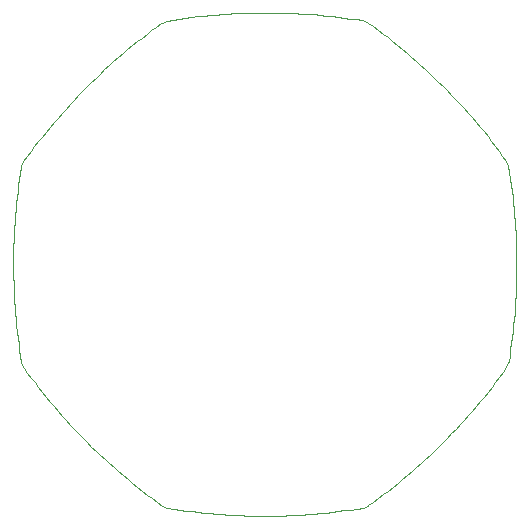
<source format=gbr>
%TF.GenerationSoftware,KiCad,Pcbnew,(5.1.6)-1*%
%TF.CreationDate,2025-07-06T20:15:57+05:30*%
%TF.ProjectId,Project_OAK_WATCH_DIAL_V0,50726f6a-6563-4745-9f4f-414b5f574154,A*%
%TF.SameCoordinates,Original*%
%TF.FileFunction,Profile,NP*%
%FSLAX46Y46*%
G04 Gerber Fmt 4.6, Leading zero omitted, Abs format (unit mm)*
G04 Created by KiCad (PCBNEW (5.1.6)-1) date 2025-07-06 20:15:57*
%MOMM*%
%LPD*%
G01*
G04 APERTURE LIST*
%TA.AperFunction,Profile*%
%ADD10C,0.100000*%
%TD*%
G04 APERTURE END LIST*
D10*
X86223715Y-107772114D02*
X86580109Y-107396406D01*
X86580109Y-107396406D02*
X86932798Y-107016994D01*
X70406467Y-72153422D02*
X69888943Y-72156411D01*
X69888943Y-72156411D02*
X69371472Y-72164666D01*
X69371472Y-72164666D02*
X68854053Y-72178134D01*
X68854053Y-72178134D02*
X68336740Y-72196866D01*
X68336740Y-72196866D02*
X67819586Y-72220837D01*
X67819586Y-72220837D02*
X67302644Y-72250047D01*
X67302644Y-72250047D02*
X66785940Y-72284496D01*
X66785940Y-72284496D02*
X66269500Y-72324184D01*
X66269500Y-72324184D02*
X65753405Y-72369110D01*
X65753405Y-72369110D02*
X65237653Y-72419275D01*
X65237653Y-72419275D02*
X64722325Y-72474705D01*
X64722325Y-72474705D02*
X64207420Y-72535347D01*
X64207420Y-72535347D02*
X63693044Y-72601255D01*
X63693044Y-72601255D02*
X63179171Y-72672375D01*
X63179171Y-72672375D02*
X62665906Y-72748760D01*
X62665906Y-72748760D02*
X62153224Y-72830384D01*
X62153224Y-72830384D02*
X62133089Y-72831416D01*
X62133089Y-72831416D02*
X62109832Y-72839168D01*
X62109832Y-72839168D02*
X61687637Y-73014851D01*
X61687637Y-73014851D02*
X61660227Y-73032949D01*
X61660227Y-73032949D02*
X61658163Y-73034510D01*
X61658163Y-73034510D02*
X61238031Y-73340129D01*
X61238031Y-73340129D02*
X60821154Y-73649850D01*
X60821154Y-73649850D02*
X60407611Y-73963699D01*
X60407611Y-73963699D02*
X59997375Y-74281622D01*
X59997375Y-74281622D02*
X59590526Y-74603593D01*
X59590526Y-74603593D02*
X59187090Y-74929585D01*
X59187090Y-74929585D02*
X58787067Y-75259547D01*
X58787067Y-75259547D02*
X58390483Y-75593503D01*
X58390483Y-75593503D02*
X57997419Y-75931376D01*
X57997419Y-75931376D02*
X57607847Y-76273164D01*
X57607847Y-76273164D02*
X57221820Y-76618815D01*
X57221820Y-76618815D02*
X56839366Y-76968330D01*
X56839366Y-76968330D02*
X56460509Y-77321654D01*
X56460509Y-77321654D02*
X56085277Y-77678788D01*
X56085277Y-77678788D02*
X55713697Y-78039679D01*
X55713697Y-78039679D02*
X55345821Y-78404301D01*
X55345821Y-78404301D02*
X54981649Y-78772627D01*
X54981649Y-78772627D02*
X54621234Y-79144657D01*
X54621234Y-79144657D02*
X54264576Y-79520338D01*
X54264576Y-79520338D02*
X53911728Y-79899618D01*
X53911728Y-79899618D02*
X53562690Y-80282523D01*
X53562690Y-80282523D02*
X53217542Y-80668973D01*
X53217542Y-80668973D02*
X52876256Y-81058994D01*
X52876256Y-81058994D02*
X52538886Y-81452509D01*
X52538886Y-81452509D02*
X52205485Y-81849489D01*
X52205485Y-81849489D02*
X51876053Y-82249962D01*
X51876053Y-82249962D02*
X51550611Y-82653848D01*
X51550611Y-82653848D02*
X51229206Y-83061120D01*
X51229206Y-83061120D02*
X50911862Y-83471780D01*
X50911862Y-83471780D02*
X50598607Y-83885773D01*
X50598607Y-83885773D02*
X50289470Y-84303100D01*
X50289470Y-84303100D02*
X49984480Y-84723681D01*
X49984480Y-84723681D02*
X49980864Y-84729369D01*
X49980864Y-84729369D02*
X49964843Y-84755219D01*
X49964843Y-84755219D02*
X49791210Y-85176885D01*
X49791210Y-85176885D02*
X49784493Y-85210487D01*
X49784493Y-85210487D02*
X49783458Y-85214085D01*
X49783458Y-85214085D02*
X49702467Y-85727297D01*
X49702467Y-85727297D02*
X49626722Y-86241064D01*
X49626722Y-86241064D02*
X49556226Y-86755414D01*
X49556226Y-86755414D02*
X49490980Y-87270266D01*
X49490980Y-87270266D02*
X49430981Y-87785620D01*
X49430981Y-87785620D02*
X49376233Y-88301372D01*
X49376233Y-88301372D02*
X49326731Y-88817547D01*
X49326731Y-88817547D02*
X49282479Y-89334066D01*
X49282479Y-89334066D02*
X49243476Y-89850902D01*
X49243476Y-89850902D02*
X49209723Y-90368030D01*
X49209723Y-90368030D02*
X49181218Y-90885369D01*
X49181218Y-90885369D02*
X49157963Y-91402920D01*
X49157963Y-91402920D02*
X49139957Y-91920629D01*
X49139957Y-91920629D02*
X49127200Y-92438445D01*
X49127200Y-92438445D02*
X49119694Y-92956260D01*
X49119694Y-92956260D02*
X49117436Y-93474314D01*
X49117436Y-93474314D02*
X49120429Y-93992103D01*
X49120429Y-93992103D02*
X49128671Y-94510156D01*
X49128671Y-94510156D02*
X49142163Y-95027945D01*
X49142163Y-95027945D02*
X49160905Y-95545469D01*
X49160905Y-95545469D02*
X49184897Y-96062994D01*
X49184897Y-96062994D02*
X49214140Y-96580518D01*
X49214140Y-96580518D02*
X49248632Y-97097513D01*
X49248632Y-97097513D02*
X49288375Y-97614244D01*
X49288375Y-97614244D02*
X49333369Y-98130710D01*
X49333369Y-98130710D02*
X49383612Y-98646911D01*
X49383612Y-98646911D02*
X49439109Y-99162584D01*
X49439109Y-99162584D02*
X49499854Y-99677727D01*
X49499854Y-99677727D02*
X49565849Y-100192605D01*
X49565849Y-100192605D02*
X49637096Y-100706690D01*
X49637096Y-100706690D02*
X49713595Y-101220510D01*
X49713595Y-101220510D02*
X49795343Y-101733537D01*
X49795343Y-101733537D02*
X49803095Y-101768726D01*
X49803095Y-101768726D02*
X49978794Y-102188884D01*
X49978794Y-102188884D02*
X49993265Y-102213490D01*
X49993265Y-102213490D02*
X49998432Y-102221692D01*
X49998432Y-102221692D02*
X50304041Y-102641850D01*
X50304041Y-102641850D02*
X50613780Y-103058833D01*
X50613780Y-103058833D02*
X50927626Y-103472376D01*
X50927626Y-103472376D02*
X51245546Y-103882480D01*
X51245546Y-103882480D02*
X51567512Y-104289408D01*
X51567512Y-104289408D02*
X51893489Y-104692897D01*
X51893489Y-104692897D02*
X52223477Y-105092947D01*
X52223477Y-105092947D02*
X52557407Y-105489557D01*
X52557407Y-105489557D02*
X52895306Y-105882463D01*
X52895306Y-105882463D02*
X53237068Y-106272193D01*
X53237068Y-106272193D02*
X53582746Y-106658220D01*
X53582746Y-106658220D02*
X53932260Y-107040542D01*
X53932260Y-107040542D02*
X54285584Y-107419425D01*
X54285584Y-107419425D02*
X54642718Y-107794604D01*
X54642718Y-107794604D02*
X55003609Y-108166343D01*
X55003609Y-108166343D02*
X55368231Y-108534113D01*
X55368231Y-108534113D02*
X55736584Y-108898180D01*
X55736584Y-108898180D02*
X56108587Y-109258806D01*
X56108587Y-109258806D02*
X56484269Y-109615464D01*
X56484269Y-109615464D02*
X56863575Y-109968153D01*
X56863575Y-109968153D02*
X57246453Y-110317138D01*
X57246453Y-110317138D02*
X57632929Y-110662419D01*
X57632929Y-110662419D02*
X58022925Y-111003731D01*
X58022925Y-111003731D02*
X58416439Y-111341074D01*
X58416439Y-111341074D02*
X58813446Y-111674449D01*
X58813446Y-111674449D02*
X59213892Y-112003855D01*
X59213892Y-112003855D02*
X59617778Y-112329292D01*
X59617778Y-112329292D02*
X60025077Y-112650760D01*
X60025077Y-112650760D02*
X60435710Y-112967995D01*
X60435710Y-112967995D02*
X60849729Y-113281262D01*
X60849729Y-113281262D02*
X61267030Y-113590559D01*
X61267030Y-113590559D02*
X61687637Y-113895359D01*
X61687637Y-113895359D02*
X61713461Y-113908852D01*
X61713461Y-113908852D02*
X61714492Y-113909382D01*
X61714492Y-113909382D02*
X61719149Y-113911498D01*
X61719149Y-113911498D02*
X62140815Y-114087181D01*
X62140815Y-114087181D02*
X62167194Y-114094590D01*
X62167194Y-114094590D02*
X62168226Y-114094590D01*
X62168226Y-114094590D02*
X62178042Y-114097236D01*
X62178042Y-114097236D02*
X62691227Y-114178198D01*
X62691227Y-114178198D02*
X63205021Y-114253869D01*
X63205021Y-114253869D02*
X63719344Y-114324512D01*
X63719344Y-114324512D02*
X64234222Y-114389600D01*
X64234222Y-114389600D02*
X64749551Y-114449660D01*
X64749551Y-114449660D02*
X65265329Y-114504429D01*
X65265329Y-114504429D02*
X65781477Y-114553906D01*
X65781477Y-114553906D02*
X66297996Y-114598091D01*
X66297996Y-114598091D02*
X66814859Y-114637249D01*
X66814859Y-114637249D02*
X67331960Y-114670851D01*
X67331960Y-114670851D02*
X67849326Y-114699426D01*
X67849326Y-114699426D02*
X68366876Y-114722710D01*
X68366876Y-114722710D02*
X68884559Y-114740701D01*
X68884559Y-114740701D02*
X69402401Y-114753401D01*
X69402401Y-114753401D02*
X69920296Y-114760810D01*
X69920296Y-114760810D02*
X70438217Y-114763191D01*
X70438217Y-114763191D02*
X70956165Y-114760281D01*
X70956165Y-114760281D02*
X71474033Y-114752078D01*
X71474033Y-114752078D02*
X71991849Y-114738585D01*
X71991849Y-114738585D02*
X72509505Y-114719799D01*
X72509505Y-114719799D02*
X73027030Y-114695722D01*
X73027030Y-114695722D02*
X73544342Y-114666618D01*
X73544342Y-114666618D02*
X74061417Y-114631958D01*
X74061417Y-114631958D02*
X74578200Y-114592270D01*
X74578200Y-114592270D02*
X75094640Y-114547291D01*
X75094640Y-114547291D02*
X75610762Y-114497020D01*
X75610762Y-114497020D02*
X76126434Y-114441458D01*
X76126434Y-114441458D02*
X76641577Y-114380868D01*
X76641577Y-114380868D02*
X77156456Y-114314723D01*
X77156456Y-114314723D02*
X77670805Y-114243550D01*
X77670805Y-114243550D02*
X78184361Y-114167085D01*
X78184361Y-114167085D02*
X78697387Y-114085329D01*
X78697387Y-114085329D02*
X78711939Y-114081625D01*
X78711939Y-114081625D02*
X78712469Y-114081625D01*
X78712469Y-114081625D02*
X78732577Y-114075540D01*
X78732577Y-114075540D02*
X79154322Y-113899857D01*
X79154322Y-113899857D02*
X79165170Y-113894565D01*
X79165170Y-113894565D02*
X79166758Y-113893507D01*
X79166758Y-113893507D02*
X79187924Y-113882130D01*
X79187924Y-113882130D02*
X79608082Y-113576536D01*
X79608082Y-113576536D02*
X80024800Y-113266709D01*
X80024800Y-113266709D02*
X80438343Y-112952914D01*
X80438343Y-112952914D02*
X80848712Y-112635150D01*
X80848712Y-112635150D02*
X81255376Y-112313152D01*
X81255376Y-112313152D02*
X81658865Y-111987186D01*
X81658865Y-111987186D02*
X82058650Y-111657251D01*
X82058650Y-111657251D02*
X82455260Y-111323083D01*
X82455260Y-111323083D02*
X82848165Y-110985210D01*
X82848165Y-110985210D02*
X83237632Y-110643634D01*
X83237632Y-110643634D02*
X83623658Y-110297824D01*
X83623658Y-110297824D02*
X84005981Y-109948309D01*
X84005981Y-109948309D02*
X84384864Y-109595091D01*
X84384864Y-109595091D02*
X84760042Y-109237904D01*
X84760042Y-109237904D02*
X85131517Y-108877013D01*
X85131517Y-108877013D02*
X85499287Y-108512418D01*
X85499287Y-108512418D02*
X85863353Y-108144118D01*
X85863353Y-108144118D02*
X86223715Y-107772114D01*
X86932798Y-107016994D02*
X87281783Y-106634143D01*
X87281783Y-106634143D02*
X87626799Y-106247587D01*
X87626799Y-106247587D02*
X87968111Y-105857592D01*
X87968111Y-105857592D02*
X88305454Y-105464157D01*
X88305454Y-105464157D02*
X88638829Y-105067282D01*
X88638829Y-105067282D02*
X88968235Y-104666704D01*
X88968235Y-104666704D02*
X89293407Y-104262950D01*
X89293407Y-104262950D02*
X89614876Y-103855492D01*
X89614876Y-103855492D02*
X89932111Y-103444859D01*
X89932111Y-103444859D02*
X90245377Y-103030787D01*
X90245377Y-103030787D02*
X90554410Y-102613540D01*
X90554410Y-102613540D02*
X90859474Y-102193117D01*
X90859474Y-102193117D02*
X90872439Y-102168776D01*
X90872439Y-102168776D02*
X90877201Y-102159515D01*
X90877201Y-102159515D02*
X91051297Y-101737770D01*
X91051297Y-101737770D02*
X91053413Y-101730891D01*
X91053413Y-101730891D02*
X91062674Y-101702580D01*
X91062674Y-101702580D02*
X91143636Y-101189289D01*
X91143636Y-101189289D02*
X91219307Y-100675469D01*
X91219307Y-100675469D02*
X91289951Y-100161120D01*
X91289951Y-100161120D02*
X91355038Y-99646506D01*
X91355038Y-99646506D02*
X91415098Y-99131098D01*
X91415098Y-99131098D02*
X91469603Y-98615161D01*
X91469603Y-98615161D02*
X91519080Y-98099224D01*
X91519080Y-98099224D02*
X91563265Y-97582494D01*
X91563265Y-97582494D02*
X91602423Y-97065763D01*
X91602423Y-97065763D02*
X91636025Y-96548503D01*
X91636025Y-96548503D02*
X91664336Y-96031244D01*
X91664336Y-96031244D02*
X91687619Y-95513719D01*
X91687619Y-95513719D02*
X91705611Y-94995930D01*
X91705611Y-94995930D02*
X91718311Y-94478141D01*
X91718311Y-94478141D02*
X91725719Y-93960353D01*
X91725719Y-93960353D02*
X91727836Y-93442299D01*
X91727836Y-93442299D02*
X91724925Y-92924510D01*
X91724925Y-92924510D02*
X91716458Y-92406536D01*
X91716458Y-92406536D02*
X91702965Y-91888747D01*
X91702965Y-91888747D02*
X91684179Y-91371064D01*
X91684179Y-91371064D02*
X91660102Y-90853566D01*
X91660102Y-90853566D02*
X91630734Y-90336253D01*
X91630734Y-90336253D02*
X91596338Y-89819179D01*
X91596338Y-89819179D02*
X91556386Y-89302395D01*
X91556386Y-89302395D02*
X91511407Y-88785929D01*
X91511407Y-88785929D02*
X91461136Y-88269860D01*
X91461136Y-88269860D02*
X91405573Y-87754161D01*
X91405573Y-87754161D02*
X91344719Y-87238912D01*
X91344719Y-87238912D02*
X91278838Y-86724140D01*
X91278838Y-86724140D02*
X91207401Y-86209923D01*
X91207401Y-86209923D02*
X91130936Y-85696235D01*
X91130936Y-85696235D02*
X91049180Y-85183182D01*
X91049180Y-85183182D02*
X91045211Y-85167148D01*
X91045211Y-85167148D02*
X91045211Y-85166116D01*
X91045211Y-85166116D02*
X91039391Y-85145982D01*
X91039391Y-85145982D02*
X90863707Y-84723786D01*
X90863707Y-84723786D02*
X90849685Y-84700530D01*
X90849685Y-84700530D02*
X90849155Y-84699498D01*
X90849155Y-84699498D02*
X90846245Y-84694841D01*
X90846245Y-84694841D02*
X90540387Y-84274683D01*
X90540387Y-84274683D02*
X90230825Y-83857806D01*
X90230825Y-83857806D02*
X89917029Y-83444237D01*
X89917029Y-83444237D02*
X89599001Y-83034001D01*
X89599001Y-83034001D02*
X89277003Y-82627151D01*
X89277003Y-82627151D02*
X88951037Y-82223715D01*
X88951037Y-82223715D02*
X88620837Y-81823666D01*
X88620837Y-81823666D02*
X88286934Y-81427109D01*
X88286934Y-81427109D02*
X87949061Y-81034018D01*
X87949061Y-81034018D02*
X87607220Y-80644446D01*
X87607220Y-80644446D02*
X87261674Y-80258419D01*
X87261674Y-80258419D02*
X86912160Y-79875964D01*
X86912160Y-79875964D02*
X86558677Y-79497108D01*
X86558677Y-79497108D02*
X86201490Y-79121876D01*
X86201490Y-79121876D02*
X85840599Y-78750296D01*
X85840599Y-78750296D02*
X85476004Y-78382420D01*
X85476004Y-78382420D02*
X85107704Y-78018248D01*
X85107704Y-78018248D02*
X84735436Y-77657833D01*
X84735436Y-77657833D02*
X84359728Y-77301175D01*
X84359728Y-77301175D02*
X83980581Y-76948301D01*
X83980581Y-76948301D02*
X83597729Y-76599289D01*
X83597729Y-76599289D02*
X83211173Y-76254141D01*
X83211173Y-76254141D02*
X82821178Y-75912855D01*
X82821178Y-75912855D02*
X82427478Y-75575485D01*
X82427478Y-75575485D02*
X82030604Y-75242084D01*
X82030604Y-75242084D02*
X81630025Y-74912626D01*
X81630025Y-74912626D02*
X81226272Y-74587188D01*
X81226272Y-74587188D02*
X80818814Y-74265799D01*
X80818814Y-74265799D02*
X80408181Y-73948459D01*
X80408181Y-73948459D02*
X79994109Y-73635192D01*
X79994109Y-73635192D02*
X79576861Y-73326054D01*
X79576861Y-73326054D02*
X79156174Y-73021069D01*
X79156174Y-73021069D02*
X79145326Y-73014348D01*
X79145326Y-73014348D02*
X79145062Y-73013819D01*
X79145062Y-73013819D02*
X79123366Y-73001410D01*
X79123366Y-73001410D02*
X78701621Y-72825701D01*
X78701621Y-72825701D02*
X78681777Y-72820012D01*
X78681777Y-72820012D02*
X78661139Y-72818478D01*
X78661139Y-72818478D02*
X78660081Y-72818478D01*
X78660081Y-72818478D02*
X78147319Y-72737621D01*
X78147319Y-72737621D02*
X77634028Y-72661977D01*
X77634028Y-72661977D02*
X77119943Y-72591571D01*
X77119943Y-72591571D02*
X76605594Y-72526431D01*
X76605594Y-72526431D02*
X76090716Y-72466503D01*
X76090716Y-72466503D02*
X75575308Y-72411840D01*
X75575308Y-72411840D02*
X75059556Y-72362389D01*
X75059556Y-72362389D02*
X74543434Y-72318204D01*
X74543434Y-72318204D02*
X74027021Y-72279257D01*
X74027021Y-72279257D02*
X73510317Y-72245549D01*
X73510317Y-72245549D02*
X72993375Y-72217080D01*
X72993375Y-72217080D02*
X72476221Y-72193850D01*
X72476221Y-72193850D02*
X71958935Y-72175885D01*
X71958935Y-72175885D02*
X71441516Y-72163132D01*
X71441516Y-72163132D02*
X70924018Y-72155644D01*
X70924018Y-72155644D02*
X70406467Y-72153422D01*
X70406467Y-72153422D02*
X70406467Y-72153422D01*
X70406467Y-72153422D02*
X70406467Y-72153422D01*
M02*

</source>
